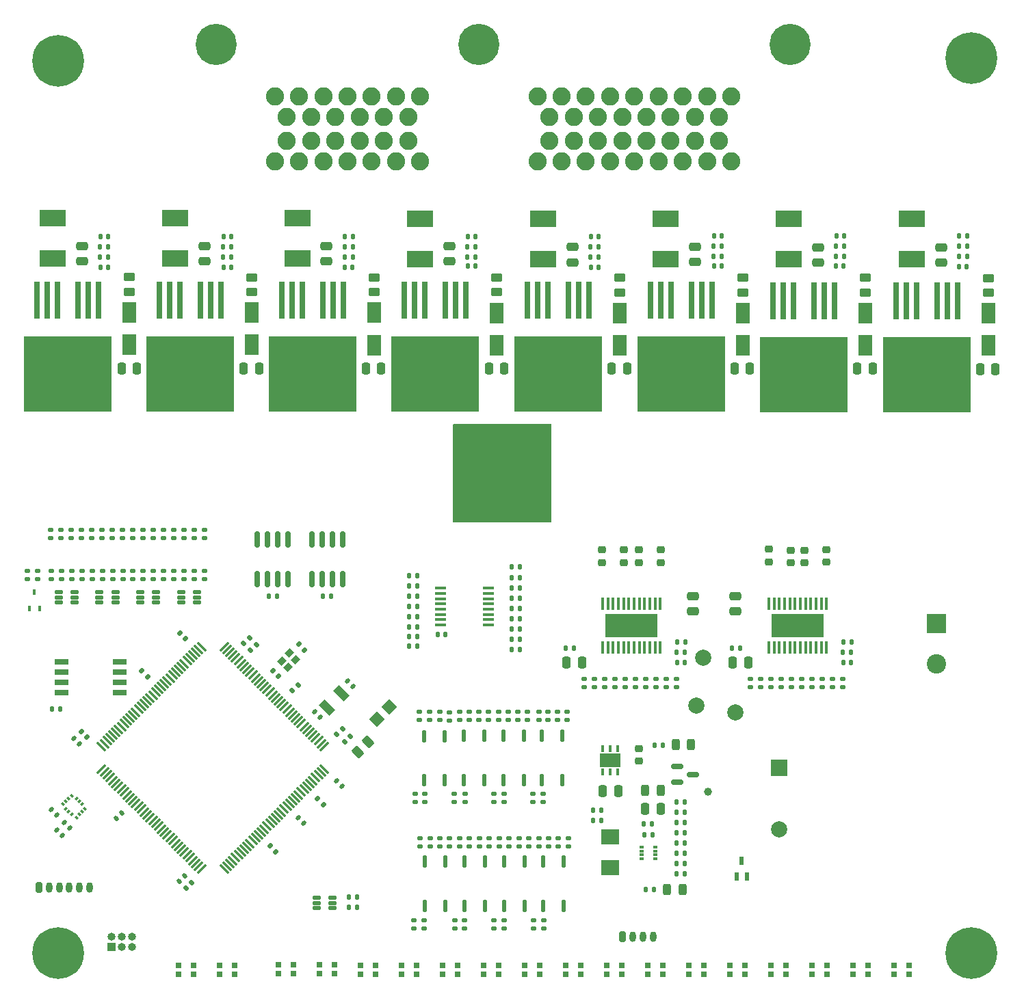
<source format=gbr>
%TF.GenerationSoftware,KiCad,Pcbnew,(6.0.8)*%
%TF.CreationDate,2023-05-29T03:20:35+02:00*%
%TF.ProjectId,pdms,70646d73-2e6b-4696-9361-645f70636258,rev?*%
%TF.SameCoordinates,Original*%
%TF.FileFunction,Soldermask,Top*%
%TF.FilePolarity,Negative*%
%FSLAX46Y46*%
G04 Gerber Fmt 4.6, Leading zero omitted, Abs format (unit mm)*
G04 Created by KiCad (PCBNEW (6.0.8)) date 2023-05-29 03:20:35*
%MOMM*%
%LPD*%
G01*
G04 APERTURE LIST*
G04 Aperture macros list*
%AMRoundRect*
0 Rectangle with rounded corners*
0 $1 Rounding radius*
0 $2 $3 $4 $5 $6 $7 $8 $9 X,Y pos of 4 corners*
0 Add a 4 corners polygon primitive as box body*
4,1,4,$2,$3,$4,$5,$6,$7,$8,$9,$2,$3,0*
0 Add four circle primitives for the rounded corners*
1,1,$1+$1,$2,$3*
1,1,$1+$1,$4,$5*
1,1,$1+$1,$6,$7*
1,1,$1+$1,$8,$9*
0 Add four rect primitives between the rounded corners*
20,1,$1+$1,$2,$3,$4,$5,0*
20,1,$1+$1,$4,$5,$6,$7,0*
20,1,$1+$1,$6,$7,$8,$9,0*
20,1,$1+$1,$8,$9,$2,$3,0*%
%AMRotRect*
0 Rectangle, with rotation*
0 The origin of the aperture is its center*
0 $1 length*
0 $2 width*
0 $3 Rotation angle, in degrees counterclockwise*
0 Add horizontal line*
21,1,$1,$2,0,0,$3*%
G04 Aperture macros list end*
%ADD10RoundRect,0.135000X-0.185000X0.135000X-0.185000X-0.135000X0.185000X-0.135000X0.185000X0.135000X0*%
%ADD11RoundRect,0.135000X0.185000X-0.135000X0.185000X0.135000X-0.185000X0.135000X-0.185000X-0.135000X0*%
%ADD12R,0.450000X0.700000*%
%ADD13RoundRect,0.135000X-0.135000X-0.185000X0.135000X-0.185000X0.135000X0.185000X-0.135000X0.185000X0*%
%ADD14RoundRect,0.250000X-0.450000X0.262500X-0.450000X-0.262500X0.450000X-0.262500X0.450000X0.262500X0*%
%ADD15RoundRect,0.140000X-0.219203X-0.021213X-0.021213X-0.219203X0.219203X0.021213X0.021213X0.219203X0*%
%ADD16RoundRect,0.135000X0.135000X0.185000X-0.135000X0.185000X-0.135000X-0.185000X0.135000X-0.185000X0*%
%ADD17C,2.000000*%
%ADD18R,0.800000X4.600000*%
%ADD19R,10.800000X9.400000*%
%ADD20R,0.700000X0.700000*%
%ADD21RoundRect,0.250000X0.250000X0.475000X-0.250000X0.475000X-0.250000X-0.475000X0.250000X-0.475000X0*%
%ADD22R,3.180000X2.000000*%
%ADD23RoundRect,0.225000X0.250000X-0.225000X0.250000X0.225000X-0.250000X0.225000X-0.250000X-0.225000X0*%
%ADD24RoundRect,0.250000X0.475000X-0.250000X0.475000X0.250000X-0.475000X0.250000X-0.475000X-0.250000X0*%
%ADD25RoundRect,0.200000X-0.200000X-0.450000X0.200000X-0.450000X0.200000X0.450000X-0.200000X0.450000X0*%
%ADD26O,0.800000X1.300000*%
%ADD27RoundRect,0.140000X0.140000X0.170000X-0.140000X0.170000X-0.140000X-0.170000X0.140000X-0.170000X0*%
%ADD28R,0.450000X1.525000*%
%ADD29R,6.500000X2.870000*%
%ADD30R,1.800000X2.500000*%
%ADD31RoundRect,0.150000X-0.587500X-0.150000X0.587500X-0.150000X0.587500X0.150000X-0.587500X0.150000X0*%
%ADD32RoundRect,0.135000X0.226274X0.035355X0.035355X0.226274X-0.226274X-0.035355X-0.035355X-0.226274X0*%
%ADD33RoundRect,0.225000X-0.250000X0.225000X-0.250000X-0.225000X0.250000X-0.225000X0.250000X0.225000X0*%
%ADD34RoundRect,0.019500X0.465500X0.175500X-0.465500X0.175500X-0.465500X-0.175500X0.465500X-0.175500X0*%
%ADD35RoundRect,0.019500X-0.465500X-0.175500X0.465500X-0.175500X0.465500X0.175500X-0.465500X0.175500X0*%
%ADD36R,1.000000X1.000000*%
%ADD37O,1.000000X1.000000*%
%ADD38R,1.750000X0.650000*%
%ADD39C,1.000000*%
%ADD40RoundRect,0.137500X0.137500X-0.587500X0.137500X0.587500X-0.137500X0.587500X-0.137500X-0.587500X0*%
%ADD41C,0.800000*%
%ADD42C,6.400000*%
%ADD43RoundRect,0.140000X0.219203X0.021213X0.021213X0.219203X-0.219203X-0.021213X-0.021213X-0.219203X0*%
%ADD44RoundRect,0.147500X0.017678X-0.226274X0.226274X-0.017678X-0.017678X0.226274X-0.226274X0.017678X0*%
%ADD45RoundRect,0.135000X-0.226274X-0.035355X-0.035355X-0.226274X0.226274X0.035355X0.035355X0.226274X0*%
%ADD46RoundRect,0.250000X-0.132583X0.503814X-0.503814X0.132583X0.132583X-0.503814X0.503814X-0.132583X0*%
%ADD47RoundRect,0.135000X-0.035355X0.226274X-0.226274X0.035355X0.035355X-0.226274X0.226274X-0.035355X0*%
%ADD48C,2.250000*%
%ADD49C,5.100000*%
%ADD50RoundRect,0.243750X0.243750X0.456250X-0.243750X0.456250X-0.243750X-0.456250X0.243750X-0.456250X0*%
%ADD51RoundRect,0.250000X-0.250000X-0.475000X0.250000X-0.475000X0.250000X0.475000X-0.250000X0.475000X0*%
%ADD52RotRect,0.300000X1.475000X315.000000*%
%ADD53RotRect,0.300000X1.475000X225.000000*%
%ADD54RoundRect,0.140000X-0.021213X0.219203X-0.219203X0.021213X0.021213X-0.219203X0.219203X-0.021213X0*%
%ADD55R,2.000000X2.000000*%
%ADD56R,0.475000X0.300000*%
%ADD57RoundRect,0.140000X-0.140000X-0.170000X0.140000X-0.170000X0.140000X0.170000X-0.140000X0.170000X0*%
%ADD58RoundRect,0.135000X0.035355X-0.226274X0.226274X-0.035355X-0.035355X0.226274X-0.226274X0.035355X0*%
%ADD59RotRect,0.250000X0.475000X45.000000*%
%ADD60RotRect,0.250000X0.475000X315.000000*%
%ADD61RoundRect,0.250000X-0.475000X0.250000X-0.475000X-0.250000X0.475000X-0.250000X0.475000X0.250000X0*%
%ADD62R,2.175000X2.175000*%
%ADD63C,2.175000*%
%ADD64R,0.300000X0.850000*%
%ADD65R,2.500000X1.700000*%
%ADD66RotRect,1.000000X1.800000X225.000000*%
%ADD67RotRect,0.900000X0.800000X45.000000*%
%ADD68RoundRect,0.150000X0.150000X-0.825000X0.150000X0.825000X-0.150000X0.825000X-0.150000X-0.825000X0*%
%ADD69RotRect,1.400000X1.400000X45.000000*%
%ADD70RoundRect,0.243750X-0.243750X-0.456250X0.243750X-0.456250X0.243750X0.456250X-0.243750X0.456250X0*%
%ADD71R,2.286000X1.854500*%
%ADD72R,1.475000X0.450000*%
%ADD73R,0.550000X1.000000*%
%ADD74R,2.400000X2.400000*%
%ADD75C,2.400000*%
G04 APERTURE END LIST*
D10*
%TO.C,R172*%
X19685000Y-110107000D03*
X19685000Y-111127000D03*
%TD*%
D11*
%TO.C,R171*%
X18415000Y-111127000D03*
X18415000Y-110107000D03*
%TD*%
D12*
%TO.C,D37*%
X18654000Y-114792000D03*
X19954000Y-114792000D03*
X19304000Y-112792000D03*
%TD*%
D13*
%TO.C,R8*%
X42668000Y-69977000D03*
X43688000Y-69977000D03*
%TD*%
D11*
%TO.C,R68*%
X21434000Y-111112000D03*
X21434000Y-110092000D03*
%TD*%
%TO.C,R52*%
X84175600Y-144274000D03*
X84175600Y-143254000D03*
%TD*%
D10*
%TO.C,R88*%
X22606000Y-105027000D03*
X22606000Y-106047000D03*
%TD*%
D14*
%TO.C,R150*%
X122174000Y-73838750D03*
X122174000Y-75663750D03*
%TD*%
D11*
%TO.C,R34*%
X67056000Y-144274000D03*
X67056000Y-143254000D03*
%TD*%
D15*
%TO.C,C78*%
X56673256Y-136101293D03*
X57352078Y-136780115D03*
%TD*%
D11*
%TO.C,R83*%
X36586000Y-111110000D03*
X36586000Y-110090000D03*
%TD*%
D16*
%TO.C,R137*%
X79400200Y-119837200D03*
X78380200Y-119837200D03*
%TD*%
D17*
%TO.C,TP3*%
X102108000Y-120904000D03*
%TD*%
D13*
%TO.C,R46*%
X118514400Y-69951600D03*
X119534400Y-69951600D03*
%TD*%
D18*
%TO.C,IC1*%
X27279600Y-76575000D03*
X26009600Y-76575000D03*
X24739600Y-76575000D03*
X22199600Y-76575000D03*
X20929600Y-76575000D03*
X19659600Y-76575000D03*
D19*
X23469600Y-85725000D03*
%TD*%
D20*
%TO.C,D18*%
X71695000Y-160050000D03*
X71695000Y-158950000D03*
X69865000Y-158950000D03*
X69865000Y-160050000D03*
%TD*%
D11*
%TO.C,R77*%
X28979000Y-111112000D03*
X28979000Y-110092000D03*
%TD*%
D21*
%TO.C,C34*%
X123073200Y-85108450D03*
X121173200Y-85108450D03*
%TD*%
D13*
%TO.C,R143*%
X78380200Y-113487200D03*
X79400200Y-113487200D03*
%TD*%
D11*
%TO.C,R25*%
X96280000Y-124516000D03*
X96280000Y-123496000D03*
%TD*%
D22*
%TO.C,F9*%
X127882140Y-71543000D03*
X127882140Y-66543000D03*
%TD*%
D16*
%TO.C,R152*%
X79400200Y-114757200D03*
X78380200Y-114757200D03*
%TD*%
D23*
%TO.C,C73*%
X117348000Y-109029800D03*
X117348000Y-107479800D03*
%TD*%
D24*
%TO.C,C27*%
X85902800Y-71917600D03*
X85902800Y-70017600D03*
%TD*%
D25*
%TO.C,J5*%
X92125000Y-155450000D03*
D26*
X93375000Y-155450000D03*
X94625000Y-155450000D03*
X95875000Y-155450000D03*
%TD*%
D11*
%TO.C,R106*%
X28956000Y-106047000D03*
X28956000Y-105027000D03*
%TD*%
D20*
%TO.C,D10*%
X51375000Y-160020000D03*
X51375000Y-158920000D03*
X49545000Y-158920000D03*
X49545000Y-160020000D03*
%TD*%
D10*
%TO.C,R130*%
X67564000Y-153388600D03*
X67564000Y-154408600D03*
%TD*%
D23*
%TO.C,C70*%
X110223000Y-109004800D03*
X110223000Y-107454800D03*
%TD*%
D27*
%TO.C,C32*%
X119532400Y-68681600D03*
X118572400Y-68681600D03*
%TD*%
D16*
%TO.C,R156*%
X79400200Y-112217200D03*
X78380200Y-112217200D03*
%TD*%
D28*
%TO.C,IC7*%
X89638000Y-119606000D03*
X90288000Y-119606000D03*
X90938000Y-119606000D03*
X91588000Y-119606000D03*
X92238000Y-119606000D03*
X92888000Y-119606000D03*
X93538000Y-119606000D03*
X94188000Y-119606000D03*
X94838000Y-119606000D03*
X95488000Y-119606000D03*
X96138000Y-119606000D03*
X96788000Y-119606000D03*
X96788000Y-114182000D03*
X96138000Y-114182000D03*
X95488000Y-114182000D03*
X94838000Y-114182000D03*
X94188000Y-114182000D03*
X93538000Y-114182000D03*
X92888000Y-114182000D03*
X92238000Y-114182000D03*
X91588000Y-114182000D03*
X90938000Y-114182000D03*
X90288000Y-114182000D03*
X89638000Y-114182000D03*
D29*
X93213000Y-116894000D03*
%TD*%
D20*
%TO.C,D21*%
X102175000Y-160050000D03*
X102175000Y-158950000D03*
X100345000Y-158950000D03*
X100345000Y-160050000D03*
%TD*%
D24*
%TO.C,C39*%
X131521200Y-71968400D03*
X131521200Y-70068400D03*
%TD*%
D10*
%TO.C,R80*%
X32766000Y-110094000D03*
X32766000Y-111114000D03*
%TD*%
D16*
%TO.C,R62*%
X99824000Y-142544800D03*
X98804000Y-142544800D03*
%TD*%
D11*
%TO.C,R9*%
X74345800Y-128602200D03*
X74345800Y-127582200D03*
%TD*%
D27*
%TO.C,C24*%
X89152000Y-68707000D03*
X88192000Y-68707000D03*
%TD*%
D30*
%TO.C,D5*%
X76550780Y-82168000D03*
X76550780Y-78168000D03*
%TD*%
D11*
%TO.C,R75*%
X26439000Y-111112000D03*
X26439000Y-110092000D03*
%TD*%
D31*
%TO.C,Q1*%
X98902400Y-134370800D03*
X98902400Y-136270800D03*
X100777400Y-135320800D03*
%TD*%
D13*
%TO.C,R109*%
X96063100Y-131724400D03*
X97083100Y-131724400D03*
%TD*%
D32*
%TO.C,C42*%
X49529108Y-123182699D03*
X48807860Y-122461451D03*
%TD*%
D10*
%TO.C,R49*%
X82956400Y-143254000D03*
X82956400Y-144274000D03*
%TD*%
%TO.C,R111*%
X70662800Y-127618200D03*
X70662800Y-128638200D03*
%TD*%
D11*
%TO.C,R41*%
X74371200Y-144274000D03*
X74371200Y-143254000D03*
%TD*%
D24*
%TO.C,C23*%
X70662800Y-71816000D03*
X70662800Y-69916000D03*
%TD*%
D11*
%TO.C,R165*%
X39116000Y-106047000D03*
X39116000Y-105027000D03*
%TD*%
D10*
%TO.C,R112*%
X67665600Y-137767600D03*
X67665600Y-138787600D03*
%TD*%
D33*
%TO.C,C55*%
X94149900Y-132155800D03*
X94149900Y-133705800D03*
%TD*%
D21*
%TO.C,C54*%
X91549900Y-137430800D03*
X89649900Y-137430800D03*
%TD*%
D32*
%TO.C,C48*%
X33319957Y-123224560D03*
X32598709Y-122503312D03*
%TD*%
D15*
%TO.C,C81*%
X52004547Y-140724039D03*
X52683369Y-141402861D03*
%TD*%
D27*
%TO.C,C5*%
X43686000Y-68707000D03*
X42726000Y-68707000D03*
%TD*%
D34*
%TO.C,D24*%
X29324000Y-114046000D03*
X29324000Y-113396000D03*
X29324000Y-112746000D03*
D35*
X27364000Y-112746000D03*
X27364000Y-113396000D03*
X27364000Y-114046000D03*
%TD*%
D36*
%TO.C,J1*%
X28830000Y-156725000D03*
D37*
X28830000Y-155455000D03*
X30100000Y-156725000D03*
X30100000Y-155455000D03*
X31370000Y-156725000D03*
X31370000Y-155455000D03*
%TD*%
D10*
%TO.C,R122*%
X85242400Y-127607600D03*
X85242400Y-128627600D03*
%TD*%
D38*
%TO.C,IC20*%
X29910000Y-125160000D03*
X29910000Y-123890000D03*
X29910000Y-122620000D03*
X29910000Y-121350000D03*
X22660000Y-121350000D03*
X22660000Y-122620000D03*
X22660000Y-123890000D03*
X22660000Y-125160000D03*
%TD*%
D22*
%TO.C,F2*%
X21590000Y-71455000D03*
X21590000Y-66455000D03*
%TD*%
D13*
%TO.C,R153*%
X65682600Y-118262400D03*
X66702600Y-118262400D03*
%TD*%
D10*
%TO.C,R86*%
X40396000Y-110092000D03*
X40396000Y-111112000D03*
%TD*%
%TO.C,R162*%
X35306000Y-105027000D03*
X35306000Y-106047000D03*
%TD*%
D39*
%TO.C,TP1*%
X102666800Y-137500000D03*
%TD*%
D40*
%TO.C,U4*%
X72491600Y-136049200D03*
X75031600Y-136049200D03*
X75031600Y-130549200D03*
X72491600Y-130549200D03*
%TD*%
D41*
%TO.C,H2*%
X136952056Y-44902944D03*
X135255000Y-44200000D03*
X133557944Y-48297056D03*
D42*
X135255000Y-46600000D03*
D41*
X132855000Y-46600000D03*
X133557944Y-44902944D03*
X135255000Y-49000000D03*
X136952056Y-48297056D03*
X137655000Y-46600000D03*
%TD*%
D11*
%TO.C,R91*%
X26416000Y-106047000D03*
X26416000Y-105027000D03*
%TD*%
D20*
%TO.C,D15*%
X117415000Y-160050000D03*
X117415000Y-158950000D03*
X115585000Y-158950000D03*
X115585000Y-160050000D03*
%TD*%
D21*
%TO.C,C56*%
X96809600Y-139573000D03*
X94909600Y-139573000D03*
%TD*%
%TO.C,C22*%
X77449980Y-85070200D03*
X75549980Y-85070200D03*
%TD*%
D11*
%TO.C,R50*%
X81737200Y-144274000D03*
X81737200Y-143254000D03*
%TD*%
D10*
%TO.C,R124*%
X75565000Y-143254000D03*
X75565000Y-144274000D03*
%TD*%
D27*
%TO.C,C65*%
X49305400Y-113244400D03*
X48345400Y-113244400D03*
%TD*%
D43*
%TO.C,C82*%
X24883608Y-131584542D03*
X24204786Y-130905720D03*
%TD*%
D10*
%TO.C,R43*%
X78079600Y-143254000D03*
X78079600Y-144274000D03*
%TD*%
D18*
%TO.C,IC5*%
X87948520Y-76624750D03*
X86678520Y-76624750D03*
X85408520Y-76624750D03*
X82868520Y-76624750D03*
X81598520Y-76624750D03*
X80328520Y-76624750D03*
D19*
X84138520Y-85774750D03*
%TD*%
D10*
%TO.C,R133*%
X82346800Y-153414000D03*
X82346800Y-154434000D03*
%TD*%
D13*
%TO.C,R28*%
X85102000Y-119733000D03*
X86122000Y-119733000D03*
%TD*%
D14*
%TO.C,R151*%
X137381740Y-73851500D03*
X137381740Y-75676500D03*
%TD*%
D11*
%TO.C,R87*%
X21336000Y-106047000D03*
X21336000Y-105027000D03*
%TD*%
D10*
%TO.C,R132*%
X77419200Y-153414000D03*
X77419200Y-154434000D03*
%TD*%
D23*
%TO.C,C72*%
X114623000Y-109097800D03*
X114623000Y-107547800D03*
%TD*%
D44*
%TO.C,D33*%
X57715990Y-131337055D03*
X58401884Y-130651161D03*
%TD*%
D18*
%TO.C,IC3*%
X57533040Y-76599250D03*
X56263040Y-76599250D03*
X54993040Y-76599250D03*
X52453040Y-76599250D03*
X51183040Y-76599250D03*
X49913040Y-76599250D03*
D19*
X53723040Y-85749250D03*
%TD*%
D45*
%TO.C,C46*%
X52040752Y-119228559D03*
X52762000Y-119949807D03*
%TD*%
D10*
%TO.C,R100*%
X113036889Y-123474455D03*
X113036889Y-124494455D03*
%TD*%
%TO.C,R164*%
X37846000Y-105027000D03*
X37846000Y-106047000D03*
%TD*%
%TO.C,R107*%
X30226000Y-105027000D03*
X30226000Y-106047000D03*
%TD*%
D40*
%TO.C,U8*%
X72517000Y-151594000D03*
X75057000Y-151594000D03*
X75057000Y-146094000D03*
X72517000Y-146094000D03*
%TD*%
D11*
%TO.C,R110*%
X66446400Y-138787600D03*
X66446400Y-137767600D03*
%TD*%
D13*
%TO.C,C63*%
X88440800Y-140995400D03*
X89460800Y-140995400D03*
%TD*%
D11*
%TO.C,R119*%
X81127600Y-154434000D03*
X81127600Y-153414000D03*
%TD*%
D46*
%TO.C,R54*%
X60589235Y-131307765D03*
X59298765Y-132598235D03*
%TD*%
D18*
%TO.C,IC9*%
X133571740Y-76663000D03*
X132301740Y-76663000D03*
X131031740Y-76663000D03*
X128491740Y-76663000D03*
X127221740Y-76663000D03*
X125951740Y-76663000D03*
D19*
X129761740Y-85813000D03*
%TD*%
D16*
%TO.C,C60*%
X99824000Y-147624800D03*
X98804000Y-147624800D03*
%TD*%
D10*
%TO.C,R98*%
X110496889Y-123474455D03*
X110496889Y-124494455D03*
%TD*%
D21*
%TO.C,C30*%
X107865460Y-85095700D03*
X105965460Y-85095700D03*
%TD*%
D27*
%TO.C,C9*%
X58701440Y-68707000D03*
X57741440Y-68707000D03*
%TD*%
D11*
%TO.C,R104*%
X119386889Y-124494455D03*
X119386889Y-123474455D03*
%TD*%
D47*
%TO.C,C49*%
X38799329Y-148709113D03*
X38078081Y-149430361D03*
%TD*%
D20*
%TO.C,D16*%
X66615000Y-160050000D03*
X66615000Y-158950000D03*
X64785000Y-158950000D03*
X64785000Y-160050000D03*
%TD*%
D48*
%TO.C,J2*%
X105558000Y-59396000D03*
X104058000Y-56896000D03*
X102558000Y-59396000D03*
X101058000Y-56896000D03*
X99558000Y-59396000D03*
X98058000Y-56896000D03*
X96558000Y-59396000D03*
X95058000Y-56896000D03*
X93558000Y-59396000D03*
X92058000Y-56896000D03*
X90558000Y-59396000D03*
X89058000Y-56896000D03*
X87558000Y-59396000D03*
X86058000Y-56896000D03*
X84558000Y-59396000D03*
X83058000Y-56896000D03*
X81558000Y-59396000D03*
X105558000Y-51396000D03*
X104058000Y-53896000D03*
X102558000Y-51396000D03*
X101058000Y-53896000D03*
X99558000Y-51396000D03*
X98058000Y-53896000D03*
X96558000Y-51396000D03*
X95058000Y-53896000D03*
X93558000Y-51396000D03*
X92058000Y-53896000D03*
X90558000Y-51396000D03*
X89058000Y-53896000D03*
X87558000Y-51396000D03*
X86058000Y-53896000D03*
X84558000Y-51396000D03*
X83058000Y-53896000D03*
X81558000Y-51396000D03*
X67058000Y-59396000D03*
X65558000Y-56896000D03*
X64058000Y-59396000D03*
X62558000Y-56896000D03*
X61058000Y-59396000D03*
X59558000Y-56896000D03*
X58058000Y-59396000D03*
X56558000Y-56896000D03*
X55058000Y-59396000D03*
X53558000Y-56896000D03*
X52058000Y-59396000D03*
X50558000Y-56896000D03*
X49058000Y-59396000D03*
X67058000Y-51396000D03*
X65558000Y-53896000D03*
X64058000Y-51396000D03*
X62558000Y-53896000D03*
X61058000Y-51396000D03*
X59558000Y-53896000D03*
X58058000Y-51396000D03*
X56558000Y-53896000D03*
X55058000Y-51396000D03*
X53558000Y-53896000D03*
X52058000Y-51396000D03*
X50558000Y-53896000D03*
X49058000Y-51396000D03*
D49*
X112808000Y-44896000D03*
X74308000Y-44896000D03*
X41808000Y-44896000D03*
%TD*%
D30*
%TO.C,D1*%
X31089600Y-82131000D03*
X31089600Y-78131000D03*
%TD*%
D50*
%TO.C,D34*%
X99517200Y-149606000D03*
X97642200Y-149606000D03*
%TD*%
D10*
%TO.C,R92*%
X27686000Y-105027000D03*
X27686000Y-106047000D03*
%TD*%
D16*
%TO.C,R154*%
X66677000Y-119481600D03*
X65657000Y-119481600D03*
%TD*%
D13*
%TO.C,R141*%
X65682600Y-115824000D03*
X66702600Y-115824000D03*
%TD*%
D10*
%TO.C,R71*%
X25244000Y-110092000D03*
X25244000Y-111112000D03*
%TD*%
%TO.C,R97*%
X109226889Y-123474455D03*
X109226889Y-124494455D03*
%TD*%
D27*
%TO.C,C28*%
X104392000Y-68681600D03*
X103432000Y-68681600D03*
%TD*%
D20*
%TO.C,D36*%
X44095000Y-160062000D03*
X44095000Y-158962000D03*
X42265000Y-158962000D03*
X42265000Y-160062000D03*
%TD*%
D51*
%TO.C,C19*%
X85170000Y-121511000D03*
X87070000Y-121511000D03*
%TD*%
D13*
%TO.C,R60*%
X98804000Y-145084800D03*
X99824000Y-145084800D03*
%TD*%
%TO.C,R96*%
X119384889Y-120219455D03*
X120404889Y-120219455D03*
%TD*%
D20*
%TO.C,D30*%
X97095000Y-160050000D03*
X97095000Y-158950000D03*
X95265000Y-158950000D03*
X95265000Y-160050000D03*
%TD*%
D13*
%TO.C,R53*%
X133722140Y-71221600D03*
X134742140Y-71221600D03*
%TD*%
D27*
%TO.C,C64*%
X56004400Y-113244400D03*
X55044400Y-113244400D03*
%TD*%
D18*
%TO.C,IC2*%
X42409600Y-76586500D03*
X41139600Y-76586500D03*
X39869600Y-76586500D03*
X37329600Y-76586500D03*
X36059600Y-76586500D03*
X34789600Y-76586500D03*
D19*
X38599600Y-85736500D03*
%TD*%
D10*
%TO.C,R166*%
X40386000Y-105027000D03*
X40386000Y-106047000D03*
%TD*%
D13*
%TO.C,R105*%
X119427889Y-118949455D03*
X120447889Y-118949455D03*
%TD*%
D52*
%TO.C,IC19*%
X55174508Y-131868942D03*
X54820955Y-131515388D03*
X54467401Y-131161835D03*
X54113848Y-130808282D03*
X53760294Y-130454728D03*
X53406741Y-130101175D03*
X53053188Y-129747621D03*
X52699634Y-129394068D03*
X52346081Y-129040515D03*
X51992527Y-128686961D03*
X51638974Y-128333408D03*
X51285421Y-127979854D03*
X50931867Y-127626301D03*
X50578314Y-127272748D03*
X50224760Y-126919194D03*
X49871207Y-126565641D03*
X49517654Y-126212087D03*
X49164100Y-125858534D03*
X48810547Y-125504981D03*
X48456994Y-125151427D03*
X48103440Y-124797874D03*
X47749887Y-124444321D03*
X47396333Y-124090767D03*
X47042780Y-123737214D03*
X46689227Y-123383660D03*
X46335673Y-123030107D03*
X45982120Y-122676554D03*
X45628566Y-122323000D03*
X45275013Y-121969447D03*
X44921460Y-121615893D03*
X44567906Y-121262340D03*
X44214353Y-120908787D03*
X43860799Y-120555233D03*
X43507246Y-120201680D03*
X43153693Y-119848126D03*
X42800139Y-119494573D03*
D53*
X39988683Y-119494573D03*
X39635129Y-119848126D03*
X39281576Y-120201680D03*
X38928023Y-120555233D03*
X38574469Y-120908787D03*
X38220916Y-121262340D03*
X37867362Y-121615893D03*
X37513809Y-121969447D03*
X37160256Y-122323000D03*
X36806702Y-122676554D03*
X36453149Y-123030107D03*
X36099595Y-123383660D03*
X35746042Y-123737214D03*
X35392489Y-124090767D03*
X35038935Y-124444321D03*
X34685382Y-124797874D03*
X34331828Y-125151427D03*
X33978275Y-125504981D03*
X33624722Y-125858534D03*
X33271168Y-126212087D03*
X32917615Y-126565641D03*
X32564062Y-126919194D03*
X32210508Y-127272748D03*
X31856955Y-127626301D03*
X31503401Y-127979854D03*
X31149848Y-128333408D03*
X30796295Y-128686961D03*
X30442741Y-129040515D03*
X30089188Y-129394068D03*
X29735634Y-129747621D03*
X29382081Y-130101175D03*
X29028528Y-130454728D03*
X28674974Y-130808282D03*
X28321421Y-131161835D03*
X27967867Y-131515388D03*
X27614314Y-131868942D03*
D52*
X27614314Y-134680398D03*
X27967867Y-135033952D03*
X28321421Y-135387505D03*
X28674974Y-135741058D03*
X29028528Y-136094612D03*
X29382081Y-136448165D03*
X29735634Y-136801719D03*
X30089188Y-137155272D03*
X30442741Y-137508825D03*
X30796295Y-137862379D03*
X31149848Y-138215932D03*
X31503401Y-138569486D03*
X31856955Y-138923039D03*
X32210508Y-139276592D03*
X32564062Y-139630146D03*
X32917615Y-139983699D03*
X33271168Y-140337253D03*
X33624722Y-140690806D03*
X33978275Y-141044359D03*
X34331828Y-141397913D03*
X34685382Y-141751466D03*
X35038935Y-142105019D03*
X35392489Y-142458573D03*
X35746042Y-142812126D03*
X36099595Y-143165680D03*
X36453149Y-143519233D03*
X36806702Y-143872786D03*
X37160256Y-144226340D03*
X37513809Y-144579893D03*
X37867362Y-144933447D03*
X38220916Y-145287000D03*
X38574469Y-145640553D03*
X38928023Y-145994107D03*
X39281576Y-146347660D03*
X39635129Y-146701214D03*
X39988683Y-147054767D03*
D53*
X42800139Y-147054767D03*
X43153693Y-146701214D03*
X43507246Y-146347660D03*
X43860799Y-145994107D03*
X44214353Y-145640553D03*
X44567906Y-145287000D03*
X44921460Y-144933447D03*
X45275013Y-144579893D03*
X45628566Y-144226340D03*
X45982120Y-143872786D03*
X46335673Y-143519233D03*
X46689227Y-143165680D03*
X47042780Y-142812126D03*
X47396333Y-142458573D03*
X47749887Y-142105019D03*
X48103440Y-141751466D03*
X48456994Y-141397913D03*
X48810547Y-141044359D03*
X49164100Y-140690806D03*
X49517654Y-140337253D03*
X49871207Y-139983699D03*
X50224760Y-139630146D03*
X50578314Y-139276592D03*
X50931867Y-138923039D03*
X51285421Y-138569486D03*
X51638974Y-138215932D03*
X51992527Y-137862379D03*
X52346081Y-137508825D03*
X52699634Y-137155272D03*
X53053188Y-136801719D03*
X53406741Y-136448165D03*
X53760294Y-136094612D03*
X54113848Y-135741058D03*
X54467401Y-135387505D03*
X54820955Y-135033952D03*
X55174508Y-134680398D03*
%TD*%
D11*
%TO.C,R161*%
X34036000Y-106047000D03*
X34036000Y-105027000D03*
%TD*%
D54*
%TO.C,C77*%
X30139411Y-140110589D03*
X29460589Y-140789411D03*
%TD*%
D23*
%TO.C,C16*%
X94150000Y-109075000D03*
X94150000Y-107525000D03*
%TD*%
D13*
%TO.C,R3*%
X27430000Y-69977000D03*
X28450000Y-69977000D03*
%TD*%
D34*
%TO.C,D26*%
X39471000Y-114046000D03*
X39471000Y-113396000D03*
X39471000Y-112746000D03*
D35*
X37511000Y-112746000D03*
X37511000Y-113396000D03*
X37511000Y-114046000D03*
%TD*%
D55*
%TO.C,BZ1*%
X111500000Y-134500000D03*
D17*
X111500000Y-142100000D03*
%TD*%
D20*
%TO.C,D29*%
X39015000Y-160062000D03*
X39015000Y-158962000D03*
X37185000Y-158962000D03*
X37185000Y-160062000D03*
%TD*%
D15*
%TO.C,C75*%
X22090589Y-142227589D03*
X22769411Y-142906411D03*
%TD*%
D25*
%TO.C,J4*%
X19892000Y-149352000D03*
D26*
X21142000Y-149352000D03*
X22392000Y-149352000D03*
X23642000Y-149352000D03*
X24892000Y-149352000D03*
X26142000Y-149352000D03*
%TD*%
D56*
%TO.C,IC11*%
X94471500Y-144304800D03*
X94471500Y-144804800D03*
X94471500Y-145304800D03*
X94471500Y-145804800D03*
X96147500Y-145804800D03*
X96147500Y-145304800D03*
X96147500Y-144804800D03*
X96147500Y-144304800D03*
%TD*%
D11*
%TO.C,R4*%
X69456800Y-128602200D03*
X69456800Y-127582200D03*
%TD*%
D57*
%TO.C,C37*%
X133733600Y-72491600D03*
X134693600Y-72491600D03*
%TD*%
D10*
%TO.C,R131*%
X72517000Y-153414000D03*
X72517000Y-154434000D03*
%TD*%
D13*
%TO.C,R35*%
X88134000Y-69977000D03*
X89154000Y-69977000D03*
%TD*%
D11*
%TO.C,R19*%
X84074000Y-128627600D03*
X84074000Y-127607600D03*
%TD*%
D10*
%TO.C,R69*%
X22704000Y-110092000D03*
X22704000Y-111112000D03*
%TD*%
D24*
%TO.C,C4*%
X25196800Y-71816000D03*
X25196800Y-69916000D03*
%TD*%
D30*
%TO.C,D3*%
X61343040Y-82155250D03*
X61343040Y-78155250D03*
%TD*%
D58*
%TO.C,R66*%
X56710485Y-130366904D03*
X57431733Y-129645656D03*
%TD*%
D10*
%TO.C,R29*%
X87390000Y-123496000D03*
X87390000Y-124516000D03*
%TD*%
D20*
%TO.C,D19*%
X107255000Y-160050000D03*
X107255000Y-158950000D03*
X105425000Y-158950000D03*
X105425000Y-160050000D03*
%TD*%
D59*
%TO.C,IC15*%
X23908318Y-137947658D03*
X23554765Y-138301212D03*
X23201212Y-138654765D03*
X22847658Y-139008318D03*
D60*
X23201212Y-139591682D03*
X23554765Y-139945235D03*
X23908318Y-140298788D03*
D59*
X24491682Y-140652342D03*
X24845235Y-140298788D03*
X25198788Y-139945235D03*
X25552342Y-139591682D03*
D60*
X25198788Y-139008318D03*
X24845235Y-138654765D03*
X24491682Y-138301212D03*
%TD*%
D14*
%TO.C,R144*%
X31089600Y-73763500D03*
X31089600Y-75588500D03*
%TD*%
D30*
%TO.C,D2*%
X46219600Y-82142500D03*
X46219600Y-78142500D03*
%TD*%
D10*
%TO.C,R126*%
X85394800Y-143254000D03*
X85394800Y-144274000D03*
%TD*%
D57*
%TO.C,C6*%
X42700000Y-72517000D03*
X43660000Y-72517000D03*
%TD*%
D13*
%TO.C,R51*%
X133722140Y-69951600D03*
X134742140Y-69951600D03*
%TD*%
D23*
%TO.C,C17*%
X96800000Y-109075000D03*
X96800000Y-107525000D03*
%TD*%
D61*
%TO.C,C69*%
X106045000Y-113223000D03*
X106045000Y-115123000D03*
%TD*%
D11*
%TO.C,R79*%
X31496000Y-111114000D03*
X31496000Y-110094000D03*
%TD*%
D10*
%TO.C,R76*%
X27709000Y-110092000D03*
X27709000Y-111112000D03*
%TD*%
D58*
%TO.C,C43*%
X46039376Y-119960624D03*
X46760624Y-119239376D03*
%TD*%
D62*
%TO.C,J3*%
X73405500Y-101853500D03*
D63*
X75945500Y-101853500D03*
X78485500Y-101853500D03*
X81025500Y-101853500D03*
X73405500Y-99313500D03*
X75945500Y-99313500D03*
X78485500Y-99313500D03*
X81025500Y-99313500D03*
X73405500Y-96773500D03*
X75945500Y-96773500D03*
X78485500Y-96773500D03*
X81025500Y-96773500D03*
X73405500Y-94233500D03*
X75945500Y-94233500D03*
X78485500Y-94233500D03*
X81025500Y-94233500D03*
%TD*%
D11*
%TO.C,R113*%
X71272400Y-138787600D03*
X71272400Y-137767600D03*
%TD*%
D14*
%TO.C,R149*%
X106966260Y-73826000D03*
X106966260Y-75651000D03*
%TD*%
D41*
%TO.C,H1*%
X20527944Y-48687056D03*
D42*
X22225000Y-46990000D03*
D41*
X20527944Y-45292944D03*
X23922056Y-48687056D03*
X22225000Y-49390000D03*
X23922056Y-45292944D03*
X22225000Y-44590000D03*
X24625000Y-46990000D03*
X19825000Y-46990000D03*
%TD*%
D11*
%TO.C,R14*%
X79146400Y-128627600D03*
X79146400Y-127607600D03*
%TD*%
%TO.C,R2*%
X66979800Y-128604199D03*
X66979800Y-127584199D03*
%TD*%
D10*
%TO.C,R44*%
X93740000Y-123496000D03*
X93740000Y-124516000D03*
%TD*%
D16*
%TO.C,C61*%
X99764500Y-138760200D03*
X98744500Y-138760200D03*
%TD*%
D10*
%TO.C,R21*%
X89930000Y-123496000D03*
X89930000Y-124516000D03*
%TD*%
D13*
%TO.C,R61*%
X98804000Y-146354800D03*
X99824000Y-146354800D03*
%TD*%
D20*
%TO.C,D17*%
X112335000Y-160050000D03*
X112335000Y-158950000D03*
X110505000Y-158950000D03*
X110505000Y-160050000D03*
%TD*%
D11*
%TO.C,R17*%
X81737200Y-128627600D03*
X81737200Y-127607600D03*
%TD*%
D10*
%TO.C,R123*%
X70688200Y-143254000D03*
X70688200Y-144274000D03*
%TD*%
D17*
%TO.C,TP4*%
X106095800Y-127685800D03*
%TD*%
D64*
%TO.C,IC10*%
X89603500Y-135045400D03*
X90553500Y-135045400D03*
X91503500Y-135045400D03*
X91503500Y-132145400D03*
X90553500Y-132145400D03*
X89603500Y-132145400D03*
D65*
X90553500Y-133595400D03*
%TD*%
D57*
%TO.C,C10*%
X57686000Y-72517000D03*
X58646000Y-72517000D03*
%TD*%
D21*
%TO.C,C3*%
X31988800Y-85033200D03*
X30088800Y-85033200D03*
%TD*%
D32*
%TO.C,C41*%
X25826183Y-130721165D03*
X25104935Y-129999917D03*
%TD*%
D11*
%TO.C,R103*%
X118116889Y-124494455D03*
X118116889Y-123474455D03*
%TD*%
D13*
%TO.C,R139*%
X78380200Y-116027200D03*
X79400200Y-116027200D03*
%TD*%
D57*
%TO.C,C86*%
X58270000Y-150550000D03*
X59230000Y-150550000D03*
%TD*%
D10*
%TO.C,R23*%
X92470000Y-123496000D03*
X92470000Y-124516000D03*
%TD*%
D13*
%TO.C,R64*%
X98787300Y-140019800D03*
X99807300Y-140019800D03*
%TD*%
D11*
%TO.C,R36*%
X69477466Y-144274000D03*
X69477466Y-143254000D03*
%TD*%
D13*
%TO.C,R37*%
X88134000Y-71247000D03*
X89154000Y-71247000D03*
%TD*%
D20*
%TO.C,D20*%
X76775000Y-160050000D03*
X76775000Y-158950000D03*
X74945000Y-158950000D03*
X74945000Y-160050000D03*
%TD*%
D10*
%TO.C,R22*%
X91200000Y-123496000D03*
X91200000Y-124516000D03*
%TD*%
D41*
%TO.C,H3*%
X23922056Y-159177056D03*
X20527944Y-155782944D03*
X23922056Y-155782944D03*
X24625000Y-157480000D03*
X20527944Y-159177056D03*
D42*
X22225000Y-157480000D03*
D41*
X19825000Y-157480000D03*
X22225000Y-159880000D03*
X22225000Y-155080000D03*
%TD*%
D10*
%TO.C,R20*%
X88660000Y-123496000D03*
X88660000Y-124516000D03*
%TD*%
D11*
%TO.C,R114*%
X76149200Y-138787600D03*
X76149200Y-137767600D03*
%TD*%
D20*
%TO.C,D32*%
X92015000Y-160050000D03*
X92015000Y-158950000D03*
X90185000Y-158950000D03*
X90185000Y-160050000D03*
%TD*%
D18*
%TO.C,IC8*%
X118364000Y-76650250D03*
X117094000Y-76650250D03*
X115824000Y-76650250D03*
X113284000Y-76650250D03*
X112014000Y-76650250D03*
X110744000Y-76650250D03*
D19*
X114554000Y-85800250D03*
%TD*%
D66*
%TO.C,Y2*%
X55540647Y-127082534D03*
X57308413Y-125314768D03*
%TD*%
D10*
%TO.C,R125*%
X80518000Y-143254000D03*
X80518000Y-144274000D03*
%TD*%
D13*
%TO.C,R18*%
X72891180Y-69977000D03*
X73911180Y-69977000D03*
%TD*%
D30*
%TO.C,D9*%
X137381740Y-82219000D03*
X137381740Y-78219000D03*
%TD*%
D15*
%TO.C,C76*%
X23045166Y-141321503D03*
X23723988Y-142000325D03*
%TD*%
D57*
%TO.C,C2*%
X27488000Y-72517000D03*
X28448000Y-72517000D03*
%TD*%
D10*
%TO.C,R6*%
X73152000Y-127582200D03*
X73152000Y-128602200D03*
%TD*%
D22*
%TO.C,F3*%
X36720000Y-71466500D03*
X36720000Y-66466500D03*
%TD*%
D27*
%TO.C,C36*%
X134740140Y-68681600D03*
X133780140Y-68681600D03*
%TD*%
D21*
%TO.C,C38*%
X138280940Y-85121200D03*
X136380940Y-85121200D03*
%TD*%
D16*
%TO.C,C58*%
X95760000Y-141452600D03*
X94740000Y-141452600D03*
%TD*%
D10*
%TO.C,R129*%
X82245200Y-137767600D03*
X82245200Y-138787600D03*
%TD*%
D22*
%TO.C,F4*%
X51843440Y-71479250D03*
X51843440Y-66479250D03*
%TD*%
D13*
%TO.C,C62*%
X88440800Y-139725400D03*
X89460800Y-139725400D03*
%TD*%
D10*
%TO.C,R38*%
X73152000Y-143254000D03*
X73152000Y-144274000D03*
%TD*%
D13*
%TO.C,R42*%
X103374000Y-71221600D03*
X104394000Y-71221600D03*
%TD*%
D10*
%TO.C,R95*%
X107956889Y-123474455D03*
X107956889Y-124494455D03*
%TD*%
D14*
%TO.C,R147*%
X76550780Y-73800500D03*
X76550780Y-75625500D03*
%TD*%
D11*
%TO.C,R24*%
X95010000Y-124516000D03*
X95010000Y-123496000D03*
%TD*%
D10*
%TO.C,R128*%
X77419200Y-137767600D03*
X77419200Y-138787600D03*
%TD*%
D11*
%TO.C,R118*%
X76200000Y-154434000D03*
X76200000Y-153414000D03*
%TD*%
D24*
%TO.C,C12*%
X55473600Y-71816000D03*
X55473600Y-69916000D03*
%TD*%
D15*
%TO.C,C85*%
X58031362Y-123720667D03*
X58710184Y-124399489D03*
%TD*%
D22*
%TO.C,F5*%
X67051180Y-71492000D03*
X67051180Y-66492000D03*
%TD*%
D20*
%TO.C,D13*%
X122495000Y-160050000D03*
X122495000Y-158950000D03*
X120665000Y-158950000D03*
X120665000Y-160050000D03*
%TD*%
D11*
%TO.C,R159*%
X31496000Y-106047000D03*
X31496000Y-105027000D03*
%TD*%
D13*
%TO.C,R10*%
X42668000Y-71247000D03*
X43688000Y-71247000D03*
%TD*%
D57*
%TO.C,C25*%
X88166000Y-72517000D03*
X89126000Y-72517000D03*
%TD*%
D13*
%TO.C,R30*%
X98818000Y-120241000D03*
X99838000Y-120241000D03*
%TD*%
D30*
%TO.C,D7*%
X106966260Y-82193500D03*
X106966260Y-78193500D03*
%TD*%
D21*
%TO.C,C11*%
X62242240Y-85057450D03*
X60342240Y-85057450D03*
%TD*%
D24*
%TO.C,C35*%
X116281200Y-71943000D03*
X116281200Y-70043000D03*
%TD*%
D16*
%TO.C,C59*%
X99837300Y-143814800D03*
X98817300Y-143814800D03*
%TD*%
D22*
%TO.C,F7*%
X97466660Y-71517500D03*
X97466660Y-66517500D03*
%TD*%
D15*
%TO.C,C74*%
X21385589Y-139660589D03*
X22064411Y-140339411D03*
%TD*%
D20*
%TO.C,D14*%
X61535000Y-160050000D03*
X61535000Y-158950000D03*
X59705000Y-158950000D03*
X59705000Y-160050000D03*
%TD*%
D17*
%TO.C,TP2*%
X101250000Y-126796800D03*
%TD*%
D27*
%TO.C,C67*%
X120374889Y-121489455D03*
X119414889Y-121489455D03*
%TD*%
D11*
%TO.C,R26*%
X97550000Y-124516000D03*
X97550000Y-123496000D03*
%TD*%
D13*
%TO.C,R94*%
X105668889Y-119711455D03*
X106688889Y-119711455D03*
%TD*%
%TO.C,R13*%
X57683440Y-69977000D03*
X58703440Y-69977000D03*
%TD*%
D67*
%TO.C,Y1*%
X50678864Y-122089512D03*
X51668813Y-121099563D03*
X50890996Y-120321746D03*
X49901047Y-121311695D03*
%TD*%
D11*
%TO.C,R81*%
X34036000Y-111114000D03*
X34036000Y-110094000D03*
%TD*%
D13*
%TO.C,R155*%
X78380200Y-110947200D03*
X79400200Y-110947200D03*
%TD*%
D11*
%TO.C,R117*%
X71374000Y-154434000D03*
X71374000Y-153414000D03*
%TD*%
D14*
%TO.C,R148*%
X91758520Y-73813250D03*
X91758520Y-75638250D03*
%TD*%
D11*
%TO.C,R47*%
X79298800Y-144274000D03*
X79298800Y-143254000D03*
%TD*%
D68*
%TO.C,U2*%
X53619400Y-111147400D03*
X54889400Y-111147400D03*
X56159400Y-111147400D03*
X57429400Y-111147400D03*
X57429400Y-106197400D03*
X56159400Y-106197400D03*
X54889400Y-106197400D03*
X53619400Y-106197400D03*
%TD*%
D14*
%TO.C,R145*%
X46219600Y-73775000D03*
X46219600Y-75600000D03*
%TD*%
D40*
%TO.C,U9*%
X77419200Y-151594000D03*
X79959200Y-151594000D03*
X79959200Y-146094000D03*
X77419200Y-146094000D03*
%TD*%
D10*
%TO.C,R82*%
X35306000Y-110096000D03*
X35306000Y-111116000D03*
%TD*%
D13*
%TO.C,R157*%
X65682600Y-110744000D03*
X66702600Y-110744000D03*
%TD*%
D40*
%TO.C,U7*%
X67589400Y-151619400D03*
X70129400Y-151619400D03*
X70129400Y-146119400D03*
X67589400Y-146119400D03*
%TD*%
D11*
%TO.C,R163*%
X36576000Y-106047000D03*
X36576000Y-105027000D03*
%TD*%
D69*
%TO.C,C40*%
X63261817Y-126984183D03*
X61706183Y-128539817D03*
%TD*%
D11*
%TO.C,R115*%
X80975200Y-138787600D03*
X80975200Y-137767600D03*
%TD*%
D10*
%TO.C,R16*%
X82905600Y-127607600D03*
X82905600Y-128627600D03*
%TD*%
D11*
%TO.C,R102*%
X116846889Y-124494455D03*
X116846889Y-123474455D03*
%TD*%
D34*
%TO.C,D25*%
X34381000Y-114046000D03*
X34381000Y-113396000D03*
X34381000Y-112746000D03*
D35*
X32421000Y-112746000D03*
X32421000Y-113396000D03*
X32421000Y-114046000D03*
%TD*%
D57*
%TO.C,C21*%
X72954000Y-72390000D03*
X73914000Y-72390000D03*
%TD*%
D70*
%TO.C,F1*%
X94922100Y-137287000D03*
X96797100Y-137287000D03*
%TD*%
D27*
%TO.C,C13*%
X73909180Y-68707000D03*
X72949180Y-68707000D03*
%TD*%
D11*
%TO.C,R116*%
X66294000Y-154434000D03*
X66294000Y-153414000D03*
%TD*%
D20*
%TO.C,D12*%
X56455000Y-159999200D03*
X56455000Y-158899200D03*
X54625000Y-158899200D03*
X54625000Y-159999200D03*
%TD*%
D10*
%TO.C,R99*%
X111766889Y-123474455D03*
X111766889Y-124494455D03*
%TD*%
D16*
%TO.C,R158*%
X66702600Y-112014000D03*
X65682600Y-112014000D03*
%TD*%
D22*
%TO.C,F6*%
X82258920Y-71504750D03*
X82258920Y-66504750D03*
%TD*%
D10*
%TO.C,R127*%
X72593200Y-137767600D03*
X72593200Y-138787600D03*
%TD*%
D71*
%TO.C,L2*%
X90551000Y-146862800D03*
X90551000Y-143078300D03*
%TD*%
D11*
%TO.C,R7*%
X71932800Y-128602200D03*
X71932800Y-127582200D03*
%TD*%
D23*
%TO.C,C14*%
X89600000Y-109075000D03*
X89600000Y-107525000D03*
%TD*%
D24*
%TO.C,C8*%
X40335200Y-71816000D03*
X40335200Y-69916000D03*
%TD*%
D13*
%TO.C,R138*%
X65680400Y-113233200D03*
X66700400Y-113233200D03*
%TD*%
D40*
%TO.C,U6*%
X82143600Y-136049200D03*
X84683600Y-136049200D03*
X84683600Y-130549200D03*
X82143600Y-130549200D03*
%TD*%
D51*
%TO.C,C68*%
X105736889Y-121489455D03*
X107636889Y-121489455D03*
%TD*%
D14*
%TO.C,R146*%
X61343040Y-73787750D03*
X61343040Y-75612750D03*
%TD*%
D13*
%TO.C,R5*%
X27430000Y-71247000D03*
X28450000Y-71247000D03*
%TD*%
D35*
%TO.C,IC12*%
X54270000Y-150600000D03*
X54270000Y-151250000D03*
X54270000Y-151900000D03*
D34*
X56230000Y-151900000D03*
X56230000Y-151250000D03*
X56230000Y-150600000D03*
%TD*%
D21*
%TO.C,C26*%
X92657720Y-85082950D03*
X90757720Y-85082950D03*
%TD*%
D13*
%TO.C,R31*%
X98861000Y-118971000D03*
X99881000Y-118971000D03*
%TD*%
D16*
%TO.C,C57*%
X95819500Y-142798800D03*
X94799500Y-142798800D03*
%TD*%
D72*
%TO.C,IC13*%
X75482600Y-116829000D03*
X75482600Y-116179000D03*
X75482600Y-115529000D03*
X75482600Y-114879000D03*
X75482600Y-114229000D03*
X75482600Y-113579000D03*
X75482600Y-112929000D03*
X75482600Y-112279000D03*
X69606600Y-112279000D03*
X69606600Y-112929000D03*
X69606600Y-113579000D03*
X69606600Y-114229000D03*
X69606600Y-114879000D03*
X69606600Y-115529000D03*
X69606600Y-116179000D03*
X69606600Y-116829000D03*
%TD*%
D57*
%TO.C,C29*%
X103406000Y-72390000D03*
X104366000Y-72390000D03*
%TD*%
D58*
%TO.C,C53*%
X51239376Y-124960624D03*
X51960624Y-124239376D03*
%TD*%
D23*
%TO.C,C71*%
X112933400Y-109097800D03*
X112933400Y-107547800D03*
%TD*%
D40*
%TO.C,U1*%
X67532600Y-136078200D03*
X70072600Y-136078200D03*
X70072600Y-130578200D03*
X67532600Y-130578200D03*
%TD*%
D23*
%TO.C,C15*%
X92300000Y-109075000D03*
X92300000Y-107525000D03*
%TD*%
D16*
%TO.C,R63*%
X99807300Y-141289800D03*
X98787300Y-141289800D03*
%TD*%
D13*
%TO.C,R134*%
X78380200Y-118567200D03*
X79400200Y-118567200D03*
%TD*%
%TO.C,R108*%
X94943200Y-149606000D03*
X95963200Y-149606000D03*
%TD*%
D68*
%TO.C,U3*%
X46888400Y-111147400D03*
X48158400Y-111147400D03*
X49428400Y-111147400D03*
X50698400Y-111147400D03*
X50698400Y-106197400D03*
X49428400Y-106197400D03*
X48158400Y-106197400D03*
X46888400Y-106197400D03*
%TD*%
D20*
%TO.C,D31*%
X86935000Y-160050000D03*
X86935000Y-158950000D03*
X85105000Y-158950000D03*
X85105000Y-160050000D03*
%TD*%
D35*
%TO.C,D23*%
X22359000Y-114046000D03*
X22359000Y-113396000D03*
X22359000Y-112746000D03*
D34*
X24319000Y-112746000D03*
X24319000Y-113396000D03*
X24319000Y-114046000D03*
%TD*%
D50*
%TO.C,D35*%
X100581700Y-131673600D03*
X98706700Y-131673600D03*
%TD*%
D10*
%TO.C,R11*%
X77978000Y-127607600D03*
X77978000Y-128627600D03*
%TD*%
D18*
%TO.C,IC4*%
X72740780Y-76612000D03*
X71470780Y-76612000D03*
X70200780Y-76612000D03*
X67660780Y-76612000D03*
X66390780Y-76612000D03*
X65120780Y-76612000D03*
D19*
X68930780Y-85762000D03*
%TD*%
D40*
%TO.C,U5*%
X77368400Y-136049200D03*
X79908400Y-136049200D03*
X79908400Y-130549200D03*
X77368400Y-130549200D03*
%TD*%
D16*
%TO.C,R142*%
X66702600Y-117094000D03*
X65682600Y-117094000D03*
%TD*%
D13*
%TO.C,R32*%
X72891180Y-71247000D03*
X73911180Y-71247000D03*
%TD*%
D32*
%TO.C,C50*%
X38007290Y-118540056D03*
X37286042Y-117818808D03*
%TD*%
D10*
%TO.C,R90*%
X25146000Y-105027000D03*
X25146000Y-106047000D03*
%TD*%
D11*
%TO.C,R85*%
X39126000Y-111110000D03*
X39126000Y-110090000D03*
%TD*%
D13*
%TO.C,R15*%
X57683440Y-71247000D03*
X58703440Y-71247000D03*
%TD*%
D11*
%TO.C,R39*%
X71983600Y-144274000D03*
X71983600Y-143254000D03*
%TD*%
D73*
%TO.C,Q2*%
X106200000Y-147950000D03*
X107500000Y-147950000D03*
X106850000Y-146050000D03*
%TD*%
D11*
%TO.C,R101*%
X115576889Y-124494455D03*
X115576889Y-123474455D03*
%TD*%
D41*
%TO.C,H4*%
X133557944Y-159177056D03*
X136952056Y-155782944D03*
X135255000Y-159880000D03*
X132855000Y-157480000D03*
D42*
X135255000Y-157480000D03*
D41*
X137655000Y-157480000D03*
X136952056Y-159177056D03*
X133557944Y-155782944D03*
X135255000Y-155080000D03*
%TD*%
D13*
%TO.C,R40*%
X103374000Y-69951600D03*
X104394000Y-69951600D03*
%TD*%
D10*
%TO.C,R160*%
X32766000Y-105027000D03*
X32766000Y-106047000D03*
%TD*%
D61*
%TO.C,C20*%
X100838000Y-113223000D03*
X100838000Y-115123000D03*
%TD*%
D16*
%TO.C,R140*%
X79400200Y-117297200D03*
X78380200Y-117297200D03*
%TD*%
D10*
%TO.C,R121*%
X80365600Y-127605600D03*
X80365600Y-128625600D03*
%TD*%
D13*
%TO.C,R48*%
X118514400Y-71221600D03*
X119534400Y-71221600D03*
%TD*%
D10*
%TO.C,R120*%
X75488800Y-127582200D03*
X75488800Y-128602200D03*
%TD*%
D28*
%TO.C,IC16*%
X110204889Y-119584455D03*
X110854889Y-119584455D03*
X111504889Y-119584455D03*
X112154889Y-119584455D03*
X112804889Y-119584455D03*
X113454889Y-119584455D03*
X114104889Y-119584455D03*
X114754889Y-119584455D03*
X115404889Y-119584455D03*
X116054889Y-119584455D03*
X116704889Y-119584455D03*
X117354889Y-119584455D03*
X117354889Y-114160455D03*
X116704889Y-114160455D03*
X116054889Y-114160455D03*
X115404889Y-114160455D03*
X114754889Y-114160455D03*
X114104889Y-114160455D03*
X113454889Y-114160455D03*
X112804889Y-114160455D03*
X112154889Y-114160455D03*
X111504889Y-114160455D03*
X110854889Y-114160455D03*
X110204889Y-114160455D03*
D29*
X113779889Y-116872455D03*
%TD*%
D21*
%TO.C,C7*%
X47118800Y-85044700D03*
X45218800Y-85044700D03*
%TD*%
D27*
%TO.C,C1*%
X28448000Y-68707000D03*
X27488000Y-68707000D03*
%TD*%
D74*
%TO.C,C88*%
X130937000Y-116666000D03*
D75*
X130937000Y-121666000D03*
%TD*%
D40*
%TO.C,U10*%
X82296000Y-151594000D03*
X84836000Y-151594000D03*
X84836000Y-146094000D03*
X82296000Y-146094000D03*
%TD*%
D15*
%TO.C,C84*%
X54021498Y-127603249D03*
X54700320Y-128282071D03*
%TD*%
D11*
%TO.C,R70*%
X23974000Y-111112000D03*
X23974000Y-110092000D03*
%TD*%
D57*
%TO.C,C33*%
X118519000Y-72390000D03*
X119479000Y-72390000D03*
%TD*%
D11*
%TO.C,R45*%
X76860400Y-144274000D03*
X76860400Y-143254000D03*
%TD*%
D24*
%TO.C,C31*%
X101092000Y-71877000D03*
X101092000Y-69977000D03*
%TD*%
D20*
%TO.C,D22*%
X81855000Y-160050000D03*
X81855000Y-158950000D03*
X80025000Y-158950000D03*
X80025000Y-160050000D03*
%TD*%
%TO.C,D11*%
X127575000Y-160050000D03*
X127575000Y-158950000D03*
X125745000Y-158950000D03*
X125745000Y-160050000D03*
%TD*%
D57*
%TO.C,C89*%
X69243000Y-117983000D03*
X70203000Y-117983000D03*
%TD*%
D10*
%TO.C,R33*%
X68266733Y-143254000D03*
X68266733Y-144274000D03*
%TD*%
D16*
%TO.C,R57*%
X59270000Y-151800000D03*
X58250000Y-151800000D03*
%TD*%
%TO.C,R135*%
X79402400Y-109601000D03*
X78382400Y-109601000D03*
%TD*%
D10*
%TO.C,R84*%
X37856000Y-110092000D03*
X37856000Y-111112000D03*
%TD*%
D27*
%TO.C,C18*%
X99808000Y-121511000D03*
X98848000Y-121511000D03*
%TD*%
D54*
%TO.C,C79*%
X37919264Y-147864968D03*
X37240442Y-148543790D03*
%TD*%
D10*
%TO.C,R78*%
X30249000Y-110092000D03*
X30249000Y-111112000D03*
%TD*%
D58*
%TO.C,C47*%
X45211778Y-119125197D03*
X45933026Y-118403949D03*
%TD*%
D11*
%TO.C,R27*%
X98820000Y-124516000D03*
X98820000Y-123496000D03*
%TD*%
D45*
%TO.C,R55*%
X54375618Y-138338544D03*
X55096866Y-139059792D03*
%TD*%
D10*
%TO.C,R93*%
X114306889Y-123474455D03*
X114306889Y-124494455D03*
%TD*%
D30*
%TO.C,D6*%
X91758520Y-82180750D03*
X91758520Y-78180750D03*
%TD*%
D13*
%TO.C,C66*%
X21508400Y-127193001D03*
X22528400Y-127193001D03*
%TD*%
D22*
%TO.C,F8*%
X112674400Y-71530250D03*
X112674400Y-66530250D03*
%TD*%
D18*
%TO.C,IC6*%
X103156260Y-76637500D03*
X101886260Y-76637500D03*
X100616260Y-76637500D03*
X98076260Y-76637500D03*
X96806260Y-76637500D03*
X95536260Y-76637500D03*
D19*
X99346260Y-85787500D03*
%TD*%
D30*
%TO.C,D8*%
X122174000Y-82206250D03*
X122174000Y-78206250D03*
%TD*%
D45*
%TO.C,C45*%
X48477217Y-144201025D03*
X49198465Y-144922273D03*
%TD*%
D16*
%TO.C,R136*%
X66700400Y-114503200D03*
X65680400Y-114503200D03*
%TD*%
D10*
%TO.C,R1*%
X68249800Y-127582200D03*
X68249800Y-128602200D03*
%TD*%
D11*
%TO.C,R12*%
X76809600Y-128625600D03*
X76809600Y-127605600D03*
%TD*%
%TO.C,R89*%
X23876000Y-106047000D03*
X23876000Y-105027000D03*
%TD*%
G36*
X83254121Y-91968002D02*
G01*
X83300614Y-92021658D01*
X83312000Y-92074000D01*
X83312000Y-104014000D01*
X83291998Y-104082121D01*
X83238342Y-104128614D01*
X83186000Y-104140000D01*
X71246000Y-104140000D01*
X71177879Y-104119998D01*
X71131386Y-104066342D01*
X71120000Y-104014000D01*
X71120000Y-92074000D01*
X71140002Y-92005879D01*
X71193658Y-91959386D01*
X71246000Y-91948000D01*
X83186000Y-91948000D01*
X83254121Y-91968002D01*
G37*
M02*

</source>
